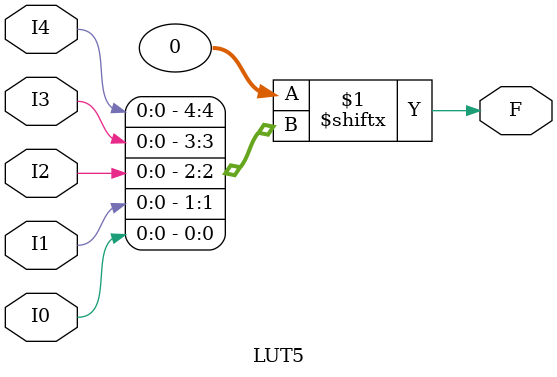
<source format=v>
`ifdef verilator3
`else
`timescale 1 ps / 1 ps
`endif

module LUT5
#(
    parameter [31:0] INIT = 32'h0
)
(
    input  I0,
    input  I1,
    input  I2,
    input  I3,
    input  I4,
    output F
);

    assign F = INIT[{I4, I3, I2, I1, I0}];

endmodule

</source>
